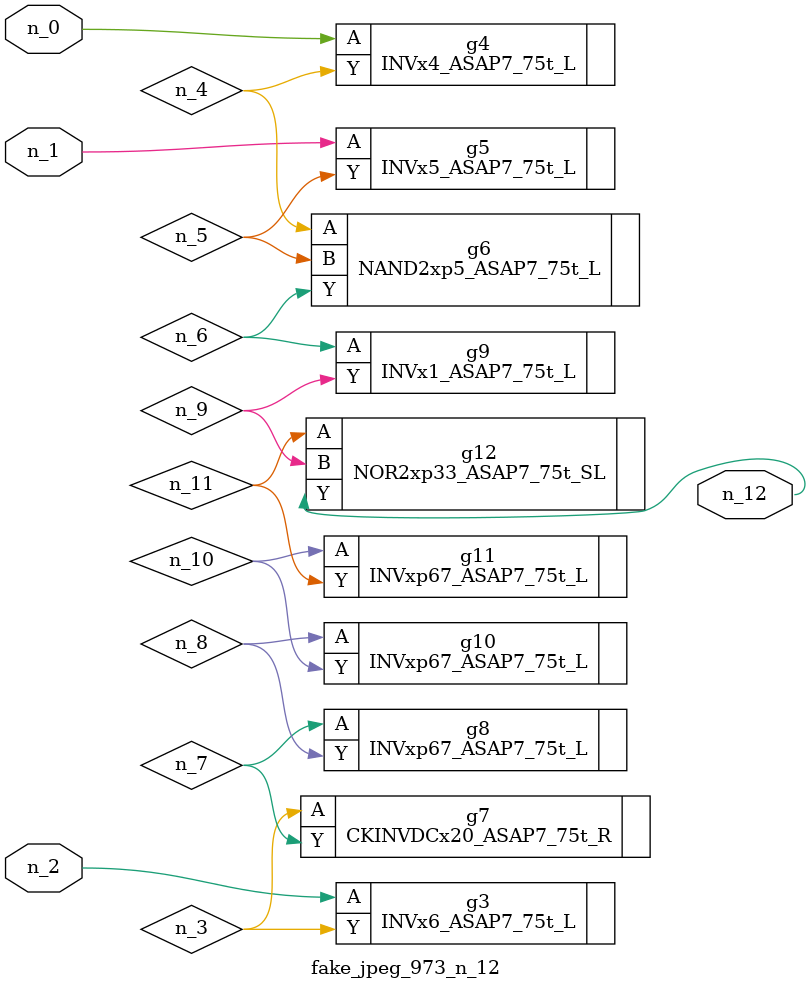
<source format=v>
module fake_jpeg_973_n_12 (n_0, n_2, n_1, n_12);

input n_0;
input n_2;
input n_1;

output n_12;

wire n_11;
wire n_3;
wire n_10;
wire n_4;
wire n_8;
wire n_9;
wire n_6;
wire n_5;
wire n_7;

INVx6_ASAP7_75t_L g3 ( 
.A(n_2),
.Y(n_3)
);

INVx4_ASAP7_75t_L g4 ( 
.A(n_0),
.Y(n_4)
);

INVx5_ASAP7_75t_L g5 ( 
.A(n_1),
.Y(n_5)
);

NAND2xp5_ASAP7_75t_L g6 ( 
.A(n_4),
.B(n_5),
.Y(n_6)
);

INVx1_ASAP7_75t_L g9 ( 
.A(n_6),
.Y(n_9)
);

CKINVDCx20_ASAP7_75t_R g7 ( 
.A(n_3),
.Y(n_7)
);

INVxp67_ASAP7_75t_L g8 ( 
.A(n_7),
.Y(n_8)
);

INVxp67_ASAP7_75t_L g10 ( 
.A(n_8),
.Y(n_10)
);

INVxp67_ASAP7_75t_L g11 ( 
.A(n_10),
.Y(n_11)
);

NOR2xp33_ASAP7_75t_SL g12 ( 
.A(n_11),
.B(n_9),
.Y(n_12)
);


endmodule
</source>
